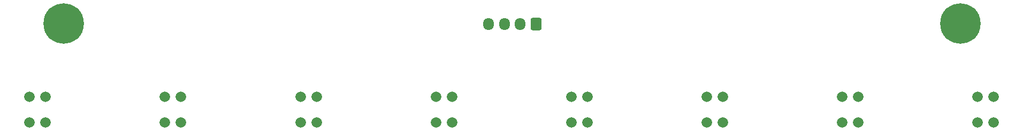
<source format=gbr>
%TF.GenerationSoftware,KiCad,Pcbnew,8.0.4*%
%TF.CreationDate,2025-01-27T21:26:07+00:00*%
%TF.ProjectId,Line Follower,4c696e65-2046-46f6-9c6c-6f7765722e6b,rev?*%
%TF.SameCoordinates,Original*%
%TF.FileFunction,Soldermask,Bot*%
%TF.FilePolarity,Negative*%
%FSLAX46Y46*%
G04 Gerber Fmt 4.6, Leading zero omitted, Abs format (unit mm)*
G04 Created by KiCad (PCBNEW 8.0.4) date 2025-01-27 21:26:07*
%MOMM*%
%LPD*%
G01*
G04 APERTURE LIST*
G04 Aperture macros list*
%AMRoundRect*
0 Rectangle with rounded corners*
0 $1 Rounding radius*
0 $2 $3 $4 $5 $6 $7 $8 $9 X,Y pos of 4 corners*
0 Add a 4 corners polygon primitive as box body*
4,1,4,$2,$3,$4,$5,$6,$7,$8,$9,$2,$3,0*
0 Add four circle primitives for the rounded corners*
1,1,$1+$1,$2,$3*
1,1,$1+$1,$4,$5*
1,1,$1+$1,$6,$7*
1,1,$1+$1,$8,$9*
0 Add four rect primitives between the rounded corners*
20,1,$1+$1,$2,$3,$4,$5,0*
20,1,$1+$1,$4,$5,$6,$7,0*
20,1,$1+$1,$6,$7,$8,$9,0*
20,1,$1+$1,$8,$9,$2,$3,0*%
G04 Aperture macros list end*
%ADD10C,1.665000*%
%ADD11RoundRect,0.250000X0.600000X0.725000X-0.600000X0.725000X-0.600000X-0.725000X0.600000X-0.725000X0*%
%ADD12O,1.700000X1.950000*%
%ADD13C,0.800000*%
%ADD14C,6.400000*%
G04 APERTURE END LIST*
D10*
%TO.C,LED1*%
X73074287Y-96750000D03*
X75614287Y-96750000D03*
X75614287Y-92650000D03*
X73074287Y-92650000D03*
%TD*%
D11*
%TO.C,J1*%
X153200000Y-81150000D03*
D12*
X150700000Y-81150000D03*
X148200000Y-81150000D03*
X145700000Y-81150000D03*
%TD*%
D10*
%TO.C,LED4*%
X137360000Y-96750000D03*
X139900000Y-96750000D03*
X139900000Y-92650000D03*
X137360000Y-92650000D03*
%TD*%
%TO.C,LED6*%
X180217142Y-96750000D03*
X182757142Y-96750000D03*
X182757142Y-92650000D03*
X180217142Y-92650000D03*
%TD*%
%TO.C,LED8*%
X223074287Y-96750000D03*
X225614287Y-96750000D03*
X225614287Y-92650000D03*
X223074287Y-92650000D03*
%TD*%
D13*
%TO.C,H2*%
X218000000Y-81050000D03*
X218702944Y-79352944D03*
X218702944Y-82747056D03*
X220400000Y-78650000D03*
D14*
X220400000Y-81050000D03*
D13*
X220400000Y-83450000D03*
X222097056Y-79352944D03*
X222097056Y-82747056D03*
X222800000Y-81050000D03*
%TD*%
D10*
%TO.C,LED2*%
X94502858Y-96750000D03*
X97042858Y-96750000D03*
X97042858Y-92650000D03*
X94502858Y-92650000D03*
%TD*%
%TO.C,LED7*%
X201645713Y-96750000D03*
X204185713Y-96750000D03*
X204185713Y-92650000D03*
X201645713Y-92650000D03*
%TD*%
D13*
%TO.C,H1*%
X76050000Y-81050000D03*
X76752944Y-79352944D03*
X76752944Y-82747056D03*
X78450000Y-78650000D03*
D14*
X78450000Y-81050000D03*
D13*
X78450000Y-83450000D03*
X80147056Y-79352944D03*
X80147056Y-82747056D03*
X80850000Y-81050000D03*
%TD*%
D10*
%TO.C,LED3*%
X115931429Y-96750000D03*
X118471429Y-96750000D03*
X118471429Y-92650000D03*
X115931429Y-92650000D03*
%TD*%
%TO.C,LED5*%
X158788571Y-96750000D03*
X161328571Y-96750000D03*
X161328571Y-92650000D03*
X158788571Y-92650000D03*
%TD*%
M02*

</source>
